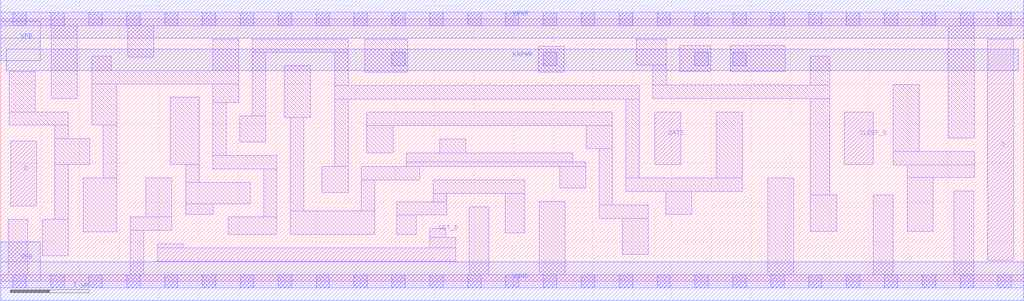
<source format=lef>
# Copyright 2020 The SkyWater PDK Authors
#
# Licensed under the Apache License, Version 2.0 (the "License");
# you may not use this file except in compliance with the License.
# You may obtain a copy of the License at
#
#     https://www.apache.org/licenses/LICENSE-2.0
#
# Unless required by applicable law or agreed to in writing, software
# distributed under the License is distributed on an "AS IS" BASIS,
# WITHOUT WARRANTIES OR CONDITIONS OF ANY KIND, either express or implied.
# See the License for the specific language governing permissions and
# limitations under the License.
#
# SPDX-License-Identifier: Apache-2.0

VERSION 5.5 ;
NAMESCASESENSITIVE ON ;
BUSBITCHARS "[]" ;
DIVIDERCHAR "/" ;
MACRO sky130_fd_sc_lp__srdlstp_1
  CLASS CORE ;
  SOURCE USER ;
  ORIGIN  0.000000  0.000000 ;
  SIZE  12.96000 BY  3.330000 ;
  SYMMETRY X Y R90 ;
  SITE unit ;
  PIN D
    ANTENNAGATEAREA  0.159000 ;
    DIRECTION INPUT ;
    USE SIGNAL ;
    PORT
      LAYER li1 ;
        RECT 0.125000 0.955000 0.455000 1.780000 ;
    END
  END D
  PIN Q
    ANTENNADIFFAREA  0.594300 ;
    DIRECTION OUTPUT ;
    USE SIGNAL ;
    PORT
      LAYER li1 ;
        RECT 12.505000 0.265000 12.835000 3.075000 ;
    END
  END Q
  PIN SET_B
    ANTENNAGATEAREA  0.409000 ;
    DIRECTION INPUT ;
    USE SIGNAL ;
    PORT
      LAYER li1 ;
        RECT 1.980000 0.255000 5.765000 0.425000 ;
        RECT 1.980000 0.425000 2.310000 0.475000 ;
        RECT 5.435000 0.425000 5.765000 0.560000 ;
        RECT 5.435000 0.560000 5.635000 0.670000 ;
    END
  END SET_B
  PIN SLEEP_B
    ANTENNAGATEAREA  0.598000 ;
    DIRECTION INPUT ;
    USE SIGNAL ;
    PORT
      LAYER li1 ;
        RECT 10.685000 1.480000 11.055000 2.150000 ;
    END
  END SLEEP_B
  PIN GATE
    ANTENNAGATEAREA  0.159000 ;
    DIRECTION INPUT ;
    USE CLOCK ;
    PORT
      LAYER li1 ;
        RECT 8.285000 1.480000 8.615000 2.150000 ;
    END
  END GATE
  PIN KAPWR
    ANTENNADIFFAREA  1.520900 ;
    DIRECTION INOUT ;
    USE POWER ;
    PORT
      LAYER met1 ;
        RECT 0.070000 2.675000 12.890000 2.945000 ;
    END
  END KAPWR
  PIN VGND
    DIRECTION INOUT ;
    USE GROUND ;
    PORT
      LAYER met1 ;
        RECT 0.000000 -0.245000 12.960000 0.245000 ;
    END
  END VGND
  PIN VNB
    DIRECTION INOUT ;
    USE GROUND ;
    PORT
    END
  END VNB
  PIN VPB
    DIRECTION INOUT ;
    USE POWER ;
    PORT
    END
  END VPB
  PIN VNB
    DIRECTION INOUT ;
    USE GROUND ;
    PORT
      LAYER met1 ;
        RECT 0.000000 0.000000 0.500000 0.500000 ;
    END
  END VNB
  PIN VPB
    DIRECTION INOUT ;
    USE POWER ;
    PORT
      LAYER met1 ;
        RECT 0.000000 2.800000 0.500000 3.300000 ;
    END
  END VPB
  PIN VPWR
    DIRECTION INOUT ;
    USE POWER ;
    PORT
      LAYER met1 ;
        RECT 0.000000 3.085000 12.960000 3.575000 ;
    END
  END VPWR
  OBS
    LAYER li1 ;
      RECT  0.000000 -0.085000 12.960000 0.085000 ;
      RECT  0.000000  3.245000 12.960000 3.415000 ;
      RECT  0.095000  0.085000  0.345000 0.785000 ;
      RECT  0.105000  1.980000  0.855000 2.150000 ;
      RECT  0.105000  2.150000  0.435000 2.660000 ;
      RECT  0.525000  0.325000  0.855000 0.785000 ;
      RECT  0.640000  2.320000  0.970000 3.245000 ;
      RECT  0.685000  0.785000  0.855000 1.480000 ;
      RECT  0.685000  1.480000  1.130000 1.810000 ;
      RECT  0.685000  1.810000  0.855000 1.980000 ;
      RECT  1.045000  0.630000  1.470000 1.310000 ;
      RECT  1.150000  1.980000  1.470000 2.505000 ;
      RECT  1.150000  2.505000  3.015000 2.675000 ;
      RECT  1.150000  2.675000  1.400000 2.860000 ;
      RECT  1.300000  1.310000  1.470000 1.980000 ;
      RECT  1.610000  2.845000  1.940000 3.245000 ;
      RECT  1.640000  0.085000  1.810000 0.645000 ;
      RECT  1.640000  0.645000  2.165000 0.815000 ;
      RECT  1.835000  0.815000  2.165000 1.310000 ;
      RECT  2.145000  1.480000  2.515000 2.335000 ;
      RECT  2.345000  0.850000  2.690000 0.985000 ;
      RECT  2.345000  0.985000  3.160000 1.255000 ;
      RECT  2.345000  1.255000  2.515000 1.480000 ;
      RECT  2.685000  1.425000  3.500000 1.595000 ;
      RECT  2.685000  1.595000  2.855000 2.265000 ;
      RECT  2.685000  2.265000  3.015000 2.505000 ;
      RECT  2.685000  2.675000  3.015000 3.075000 ;
      RECT  2.880000  0.595000  3.500000 0.815000 ;
      RECT  3.025000  1.765000  3.355000 2.095000 ;
      RECT  3.185000  2.095000  3.355000 2.905000 ;
      RECT  3.185000  2.905000  4.400000 3.075000 ;
      RECT  3.330000  0.815000  3.500000 1.425000 ;
      RECT  3.590000  2.075000  3.920000 2.735000 ;
      RECT  3.670000  0.595000  4.740000 0.895000 ;
      RECT  3.670000  0.895000  3.840000 2.075000 ;
      RECT  4.070000  1.125000  4.400000 1.455000 ;
      RECT  4.230000  1.455000  4.400000 2.315000 ;
      RECT  4.230000  2.315000  8.090000 2.485000 ;
      RECT  4.230000  2.485000  4.400000 2.905000 ;
      RECT  4.570000  0.895000  4.740000 1.285000 ;
      RECT  4.570000  1.285000  5.310000 1.455000 ;
      RECT  4.615000  2.655000  5.155000 3.075000 ;
      RECT  4.640000  1.625000  4.970000 1.975000 ;
      RECT  4.640000  1.975000  7.750000 2.145000 ;
      RECT  5.015000  0.595000  5.265000 0.840000 ;
      RECT  5.015000  0.840000  5.650000 1.010000 ;
      RECT  5.140000  1.455000  7.410000 1.515000 ;
      RECT  5.140000  1.515000  7.250000 1.625000 ;
      RECT  5.480000  1.010000  5.650000 1.115000 ;
      RECT  5.480000  1.115000  6.640000 1.285000 ;
      RECT  5.560000  1.625000  5.890000 1.805000 ;
      RECT  5.935000  0.085000  6.185000 0.945000 ;
      RECT  6.390000  0.615000  6.640000 1.115000 ;
      RECT  6.810000  2.655000  7.140000 2.985000 ;
      RECT  6.820000  0.085000  7.150000 1.015000 ;
      RECT  7.080000  1.185000  7.410000 1.455000 ;
      RECT  7.420000  1.685000  7.750000 1.975000 ;
      RECT  7.580000  0.800000  8.205000 0.970000 ;
      RECT  7.580000  0.970000  7.750000 1.685000 ;
      RECT  7.875000  0.340000  8.205000 0.800000 ;
      RECT  7.920000  1.140000  9.395000 1.310000 ;
      RECT  7.920000  1.310000  8.090000 2.315000 ;
      RECT  8.050000  2.745000  8.430000 3.075000 ;
      RECT  8.260000  2.320000 10.505000 2.490000 ;
      RECT  8.260000  2.490000  8.430000 2.745000 ;
      RECT  8.425000  0.850000  8.755000 1.140000 ;
      RECT  8.600000  2.660000  8.995000 2.990000 ;
      RECT  9.065000  1.310000  9.395000 2.150000 ;
      RECT  9.245000  2.660000  9.940000 2.990000 ;
      RECT  9.715000  0.085000 10.045000 1.310000 ;
      RECT 10.255000  0.635000 10.595000 1.095000 ;
      RECT 10.255000  1.095000 10.505000 2.320000 ;
      RECT 10.255000  2.490000 10.505000 2.860000 ;
      RECT 11.055000  0.085000 11.305000 1.095000 ;
      RECT 11.310000  1.475000 12.335000 1.645000 ;
      RECT 11.310000  1.645000 11.640000 2.495000 ;
      RECT 11.485000  0.635000 11.815000 1.315000 ;
      RECT 11.485000  1.315000 12.335000 1.475000 ;
      RECT 12.005000  1.815000 12.335000 3.245000 ;
      RECT 12.075000  0.085000 12.325000 1.145000 ;
    LAYER mcon ;
      RECT  0.155000 -0.085000  0.325000 0.085000 ;
      RECT  0.155000  3.245000  0.325000 3.415000 ;
      RECT  0.635000 -0.085000  0.805000 0.085000 ;
      RECT  0.635000  3.245000  0.805000 3.415000 ;
      RECT  1.115000 -0.085000  1.285000 0.085000 ;
      RECT  1.115000  3.245000  1.285000 3.415000 ;
      RECT  1.595000 -0.085000  1.765000 0.085000 ;
      RECT  1.595000  3.245000  1.765000 3.415000 ;
      RECT  2.075000 -0.085000  2.245000 0.085000 ;
      RECT  2.075000  3.245000  2.245000 3.415000 ;
      RECT  2.555000 -0.085000  2.725000 0.085000 ;
      RECT  2.555000  3.245000  2.725000 3.415000 ;
      RECT  3.035000 -0.085000  3.205000 0.085000 ;
      RECT  3.035000  3.245000  3.205000 3.415000 ;
      RECT  3.515000 -0.085000  3.685000 0.085000 ;
      RECT  3.515000  3.245000  3.685000 3.415000 ;
      RECT  3.995000 -0.085000  4.165000 0.085000 ;
      RECT  3.995000  3.245000  4.165000 3.415000 ;
      RECT  4.475000 -0.085000  4.645000 0.085000 ;
      RECT  4.475000  3.245000  4.645000 3.415000 ;
      RECT  4.955000 -0.085000  5.125000 0.085000 ;
      RECT  4.955000  2.735000  5.125000 2.905000 ;
      RECT  4.955000  3.245000  5.125000 3.415000 ;
      RECT  5.435000 -0.085000  5.605000 0.085000 ;
      RECT  5.435000  3.245000  5.605000 3.415000 ;
      RECT  5.915000 -0.085000  6.085000 0.085000 ;
      RECT  5.915000  3.245000  6.085000 3.415000 ;
      RECT  6.395000 -0.085000  6.565000 0.085000 ;
      RECT  6.395000  3.245000  6.565000 3.415000 ;
      RECT  6.875000 -0.085000  7.045000 0.085000 ;
      RECT  6.875000  2.735000  7.045000 2.905000 ;
      RECT  6.875000  3.245000  7.045000 3.415000 ;
      RECT  7.355000 -0.085000  7.525000 0.085000 ;
      RECT  7.355000  3.245000  7.525000 3.415000 ;
      RECT  7.835000 -0.085000  8.005000 0.085000 ;
      RECT  7.835000  3.245000  8.005000 3.415000 ;
      RECT  8.315000 -0.085000  8.485000 0.085000 ;
      RECT  8.315000  3.245000  8.485000 3.415000 ;
      RECT  8.795000 -0.085000  8.965000 0.085000 ;
      RECT  8.795000  2.735000  8.965000 2.905000 ;
      RECT  8.795000  3.245000  8.965000 3.415000 ;
      RECT  9.275000 -0.085000  9.445000 0.085000 ;
      RECT  9.275000  2.735000  9.445000 2.905000 ;
      RECT  9.275000  3.245000  9.445000 3.415000 ;
      RECT  9.755000 -0.085000  9.925000 0.085000 ;
      RECT  9.755000  3.245000  9.925000 3.415000 ;
      RECT 10.235000 -0.085000 10.405000 0.085000 ;
      RECT 10.235000  3.245000 10.405000 3.415000 ;
      RECT 10.715000 -0.085000 10.885000 0.085000 ;
      RECT 10.715000  3.245000 10.885000 3.415000 ;
      RECT 11.195000 -0.085000 11.365000 0.085000 ;
      RECT 11.195000  3.245000 11.365000 3.415000 ;
      RECT 11.675000 -0.085000 11.845000 0.085000 ;
      RECT 11.675000  3.245000 11.845000 3.415000 ;
      RECT 12.155000 -0.085000 12.325000 0.085000 ;
      RECT 12.155000  3.245000 12.325000 3.415000 ;
      RECT 12.635000 -0.085000 12.805000 0.085000 ;
      RECT 12.635000  3.245000 12.805000 3.415000 ;
  END
END sky130_fd_sc_lp__srdlstp_1
END LIBRARY

</source>
